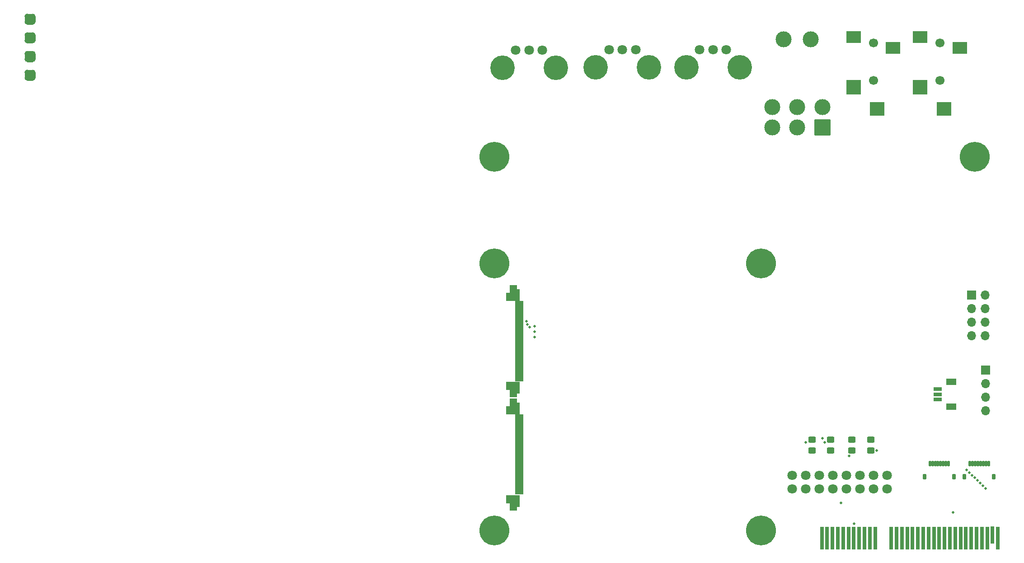
<source format=gbr>
%TF.GenerationSoftware,KiCad,Pcbnew,8.0.5*%
%TF.CreationDate,2024-11-27T23:03:38-05:00*%
%TF.ProjectId,HacKeys,4861634b-6579-4732-9e6b-696361645f70,rev?*%
%TF.SameCoordinates,Original*%
%TF.FileFunction,Soldermask,Top*%
%TF.FilePolarity,Negative*%
%FSLAX46Y46*%
G04 Gerber Fmt 4.6, Leading zero omitted, Abs format (unit mm)*
G04 Created by KiCad (PCBNEW 8.0.5) date 2024-11-27 23:03:38*
%MOMM*%
%LPD*%
G01*
G04 APERTURE LIST*
G04 Aperture macros list*
%AMRoundRect*
0 Rectangle with rounded corners*
0 $1 Rounding radius*
0 $2 $3 $4 $5 $6 $7 $8 $9 X,Y pos of 4 corners*
0 Add a 4 corners polygon primitive as box body*
4,1,4,$2,$3,$4,$5,$6,$7,$8,$9,$2,$3,0*
0 Add four circle primitives for the rounded corners*
1,1,$1+$1,$2,$3*
1,1,$1+$1,$4,$5*
1,1,$1+$1,$6,$7*
1,1,$1+$1,$8,$9*
0 Add four rect primitives between the rounded corners*
20,1,$1+$1,$2,$3,$4,$5,0*
20,1,$1+$1,$4,$5,$6,$7,0*
20,1,$1+$1,$6,$7,$8,$9,0*
20,1,$1+$1,$8,$9,$2,$3,0*%
G04 Aperture macros list end*
%ADD10C,0.100000*%
%ADD11C,1.700000*%
%ADD12R,2.800000X2.200000*%
%ADD13R,2.800000X2.800000*%
%ADD14R,2.800000X2.600000*%
%ADD15RoundRect,0.102000X-0.150000X-0.400000X0.150000X-0.400000X0.150000X0.400000X-0.150000X0.400000X0*%
%ADD16RoundRect,0.102000X-0.200000X-0.400000X0.200000X-0.400000X0.200000X0.400000X-0.200000X0.400000X0*%
%ADD17R,0.700000X4.300000*%
%ADD18R,0.700000X3.200000*%
%ADD19C,4.600000*%
%ADD20C,1.800000*%
%ADD21RoundRect,0.102000X-0.700000X0.150000X-0.700000X-0.150000X0.700000X-0.150000X0.700000X0.150000X0*%
%ADD22RoundRect,0.250000X-0.450000X0.325000X-0.450000X-0.325000X0.450000X-0.325000X0.450000X0.325000X0*%
%ADD23RoundRect,0.250000X0.450000X-0.325000X0.450000X0.325000X-0.450000X0.325000X-0.450000X-0.325000X0*%
%ADD24R,1.700000X1.700000*%
%ADD25O,1.700000X1.700000*%
%ADD26C,5.600000*%
%ADD27R,1.549400X0.660400*%
%ADD28R,1.905000X1.295400*%
%ADD29RoundRect,0.102000X1.390650X1.390650X-1.390650X1.390650X-1.390650X-1.390650X1.390650X-1.390650X0*%
%ADD30C,2.985300*%
%ADD31C,1.803400*%
%ADD32C,0.460000*%
G04 APERTURE END LIST*
D10*
%TO.C,D8*%
X43262500Y-54550000D02*
X43262500Y-54550000D01*
G75*
G02*
X43762500Y-55050000I0J-500000D01*
G01*
X43762500Y-56050000D01*
G75*
G02*
X43262500Y-56550000I-500000J0D01*
G01*
X42262500Y-56550000D01*
G75*
G02*
X41762500Y-56050000I0J500000D01*
G01*
X41762500Y-55050000D01*
G75*
G02*
X42262500Y-54550000I500000J0D01*
G01*
X43262500Y-54550000D01*
G36*
X43262500Y-54550000D02*
G01*
X43262500Y-54550000D01*
G75*
G02*
X43762500Y-55050000I0J-500000D01*
G01*
X43762500Y-56050000D01*
G75*
G02*
X43262500Y-56550000I-500000J0D01*
G01*
X42262500Y-56550000D01*
G75*
G02*
X41762500Y-56050000I0J500000D01*
G01*
X41762500Y-55050000D01*
G75*
G02*
X42262500Y-54550000I500000J0D01*
G01*
X43262500Y-54550000D01*
G37*
%TO.C,D7*%
X43262500Y-51050000D02*
X43262500Y-51050000D01*
G75*
G02*
X43762500Y-51550000I0J-500000D01*
G01*
X43762500Y-52550000D01*
G75*
G02*
X43262500Y-53050000I-500000J0D01*
G01*
X42262500Y-53050000D01*
G75*
G02*
X41762500Y-52550000I0J500000D01*
G01*
X41762500Y-51550000D01*
G75*
G02*
X42262500Y-51050000I500000J0D01*
G01*
X43262500Y-51050000D01*
G36*
X43262500Y-51050000D02*
G01*
X43262500Y-51050000D01*
G75*
G02*
X43762500Y-51550000I0J-500000D01*
G01*
X43762500Y-52550000D01*
G75*
G02*
X43262500Y-53050000I-500000J0D01*
G01*
X42262500Y-53050000D01*
G75*
G02*
X41762500Y-52550000I0J500000D01*
G01*
X41762500Y-51550000D01*
G75*
G02*
X42262500Y-51050000I500000J0D01*
G01*
X43262500Y-51050000D01*
G37*
%TO.C,D6*%
X43262500Y-47550000D02*
X43262500Y-47550000D01*
G75*
G02*
X43762500Y-48050000I0J-500000D01*
G01*
X43762500Y-49050000D01*
G75*
G02*
X43262500Y-49550000I-500000J0D01*
G01*
X42262500Y-49550000D01*
G75*
G02*
X41762500Y-49050000I0J500000D01*
G01*
X41762500Y-48050000D01*
G75*
G02*
X42262500Y-47550000I500000J0D01*
G01*
X43262500Y-47550000D01*
G36*
X43262500Y-47550000D02*
G01*
X43262500Y-47550000D01*
G75*
G02*
X43762500Y-48050000I0J-500000D01*
G01*
X43762500Y-49050000D01*
G75*
G02*
X43262500Y-49550000I-500000J0D01*
G01*
X42262500Y-49550000D01*
G75*
G02*
X41762500Y-49050000I0J500000D01*
G01*
X41762500Y-48050000D01*
G75*
G02*
X42262500Y-47550000I500000J0D01*
G01*
X43262500Y-47550000D01*
G37*
%TO.C,D5*%
X43262500Y-44050000D02*
X43262500Y-44050000D01*
G75*
G02*
X43762500Y-44550000I0J-500000D01*
G01*
X43762500Y-45550000D01*
G75*
G02*
X43262500Y-46050000I-500000J0D01*
G01*
X42262500Y-46050000D01*
G75*
G02*
X41762500Y-45550000I0J500000D01*
G01*
X41762500Y-44550000D01*
G75*
G02*
X42262500Y-44050000I500000J0D01*
G01*
X43262500Y-44050000D01*
G36*
X43262500Y-44050000D02*
G01*
X43262500Y-44050000D01*
G75*
G02*
X43762500Y-44550000I0J-500000D01*
G01*
X43762500Y-45550000D01*
G75*
G02*
X43262500Y-46050000I-500000J0D01*
G01*
X42262500Y-46050000D01*
G75*
G02*
X41762500Y-45550000I0J500000D01*
G01*
X41762500Y-44550000D01*
G75*
G02*
X42262500Y-44050000I500000J0D01*
G01*
X43262500Y-44050000D01*
G37*
%TO.C,J11*%
X133943100Y-95630501D02*
X134443100Y-95630501D01*
X134443100Y-97780501D01*
X131943100Y-97780501D01*
X131943100Y-96330501D01*
X132643100Y-96330501D01*
X132643100Y-94930501D01*
X133943100Y-94930501D01*
X133943100Y-95630501D01*
G36*
X133943100Y-95630501D02*
G01*
X134443100Y-95630501D01*
X134443100Y-97780501D01*
X131943100Y-97780501D01*
X131943100Y-96330501D01*
X132643100Y-96330501D01*
X132643100Y-94930501D01*
X133943100Y-94930501D01*
X133943100Y-95630501D01*
G37*
X134443100Y-115130501D02*
X133943100Y-115130501D01*
X133943100Y-115830501D01*
X132643100Y-115830501D01*
X132643100Y-114430501D01*
X131943100Y-114430501D01*
X131943100Y-112980501D01*
X134443100Y-112980501D01*
X134443100Y-115130501D01*
G36*
X134443100Y-115130501D02*
G01*
X133943100Y-115130501D01*
X133943100Y-115830501D01*
X132643100Y-115830501D01*
X132643100Y-114430501D01*
X131943100Y-114430501D01*
X131943100Y-112980501D01*
X134443100Y-112980501D01*
X134443100Y-115130501D01*
G37*
%TO.C,J14*%
X133943100Y-116880501D02*
X134443100Y-116880501D01*
X134443100Y-119030501D01*
X131943100Y-119030501D01*
X131943100Y-117580501D01*
X132643100Y-117580501D01*
X132643100Y-116180501D01*
X133943100Y-116180501D01*
X133943100Y-116880501D01*
G36*
X133943100Y-116880501D02*
G01*
X134443100Y-116880501D01*
X134443100Y-119030501D01*
X131943100Y-119030501D01*
X131943100Y-117580501D01*
X132643100Y-117580501D01*
X132643100Y-116180501D01*
X133943100Y-116180501D01*
X133943100Y-116880501D01*
G37*
X134443100Y-136380501D02*
X133943100Y-136380501D01*
X133943100Y-137080501D01*
X132643100Y-137080501D01*
X132643100Y-135680501D01*
X131943100Y-135680501D01*
X131943100Y-134230501D01*
X134443100Y-134230501D01*
X134443100Y-136380501D01*
G36*
X134443100Y-136380501D02*
G01*
X133943100Y-136380501D01*
X133943100Y-137080501D01*
X132643100Y-137080501D01*
X132643100Y-135680501D01*
X131943100Y-135680501D01*
X131943100Y-134230501D01*
X134443100Y-134230501D01*
X134443100Y-136380501D01*
G37*
%TD*%
D11*
%TO.C,J10*%
X213262500Y-49550000D03*
X213262500Y-56550001D03*
D12*
X216962500Y-50450000D03*
X209562499Y-48450000D03*
D13*
X209562500Y-57850000D03*
D14*
X214012501Y-61850000D03*
%TD*%
D15*
%TO.C,J6*%
X218862500Y-128300000D03*
X219362500Y-128300000D03*
X219862500Y-128300000D03*
X220362500Y-128300000D03*
X220862500Y-128300000D03*
X221362500Y-128300000D03*
X221862500Y-128300000D03*
X222362500Y-128300000D03*
D16*
X217862500Y-130800000D03*
X223362500Y-130800000D03*
%TD*%
D17*
%TO.C,J3*%
X191112500Y-142300000D03*
X192112500Y-142300000D03*
X193112500Y-142300000D03*
X194112500Y-142300000D03*
X195112500Y-142300000D03*
X196112500Y-142300000D03*
X197112500Y-142300000D03*
X198112500Y-142300000D03*
X199112500Y-142300000D03*
X200112500Y-142300000D03*
X201112500Y-142300000D03*
X204112500Y-142300000D03*
X205112500Y-142300000D03*
X206112500Y-142300000D03*
X207112500Y-142300000D03*
X208112500Y-142300000D03*
X209112500Y-142300000D03*
X210112500Y-142300000D03*
X211112500Y-142300000D03*
X212112500Y-142300000D03*
X213112500Y-142300000D03*
X214112500Y-142300000D03*
X215112500Y-142300000D03*
X216112500Y-142300000D03*
X217112500Y-142300000D03*
X218112500Y-142300000D03*
X219112500Y-142300000D03*
X220112500Y-142300000D03*
X221112500Y-142300000D03*
X222112500Y-142300000D03*
D18*
X223112500Y-141750000D03*
D17*
X224112500Y-142300000D03*
%TD*%
D19*
%TO.C,RV2*%
X148737500Y-54100000D03*
X158737500Y-54100000D03*
D20*
X156237500Y-50800000D03*
X153737500Y-50800000D03*
X151237500Y-50800000D03*
%TD*%
D21*
%TO.C,J11*%
X134443100Y-98130501D03*
X134443100Y-98630501D03*
X134443100Y-99130501D03*
X134443100Y-99630501D03*
X134443100Y-100130501D03*
X134443100Y-100630501D03*
X134443100Y-101130501D03*
X134443100Y-101630501D03*
X134443100Y-102130501D03*
X134443100Y-102630501D03*
X134443100Y-103130501D03*
X134443100Y-103630501D03*
X134443100Y-104130501D03*
X134443100Y-104630501D03*
X134443100Y-105130501D03*
X134443100Y-105630501D03*
X134443100Y-106130501D03*
X134443100Y-106630501D03*
X134443100Y-107130501D03*
X134443100Y-107630501D03*
X134443100Y-108130501D03*
X134443100Y-108630501D03*
X134443100Y-109130501D03*
X134443100Y-109630501D03*
X134443100Y-110130501D03*
X134443100Y-110630501D03*
X134443100Y-111130501D03*
X134443100Y-111630501D03*
X134443100Y-112130501D03*
X134443100Y-112630501D03*
%TD*%
D22*
%TO.C,D1*%
X189262500Y-123825000D03*
X189262500Y-125875000D03*
%TD*%
%TO.C,D3*%
X196762500Y-123825000D03*
X196762500Y-125875000D03*
%TD*%
D11*
%TO.C,J9*%
X200762500Y-49550000D03*
X200762500Y-56550001D03*
D12*
X204462500Y-50450000D03*
X197062499Y-48450000D03*
D13*
X197062500Y-57850000D03*
D14*
X201512501Y-61850000D03*
%TD*%
D23*
%TO.C,D4*%
X200262500Y-125875000D03*
X200262500Y-123825000D03*
%TD*%
D24*
%TO.C,J4*%
X221762500Y-110850000D03*
D25*
X221762500Y-113390000D03*
X221762500Y-115930000D03*
X221762500Y-118470000D03*
%TD*%
D26*
%TO.C,H6*%
X219762500Y-70850000D03*
%TD*%
%TO.C,H1*%
X129762500Y-90850000D03*
%TD*%
D21*
%TO.C,J14*%
X134443100Y-119380501D03*
X134443100Y-119880501D03*
X134443100Y-120380501D03*
X134443100Y-120880501D03*
X134443100Y-121380501D03*
X134443100Y-121880501D03*
X134443100Y-122380501D03*
X134443100Y-122880501D03*
X134443100Y-123380501D03*
X134443100Y-123880501D03*
X134443100Y-124380501D03*
X134443100Y-124880501D03*
X134443100Y-125380501D03*
X134443100Y-125880501D03*
X134443100Y-126380501D03*
X134443100Y-126880501D03*
X134443100Y-127380501D03*
X134443100Y-127880501D03*
X134443100Y-128380501D03*
X134443100Y-128880501D03*
X134443100Y-129380501D03*
X134443100Y-129880501D03*
X134443100Y-130380501D03*
X134443100Y-130880501D03*
X134443100Y-131380501D03*
X134443100Y-131880501D03*
X134443100Y-132380501D03*
X134443100Y-132880501D03*
X134443100Y-133380501D03*
X134443100Y-133880501D03*
%TD*%
D26*
%TO.C,H5*%
X129762500Y-70850000D03*
%TD*%
D19*
%TO.C,RV3*%
X165737500Y-54100000D03*
X175737500Y-54100000D03*
D20*
X173237500Y-50800000D03*
X170737500Y-50800000D03*
X168237500Y-50800000D03*
%TD*%
D22*
%TO.C,D2*%
X192762500Y-123825000D03*
X192762500Y-125875000D03*
%TD*%
D26*
%TO.C,H3*%
X129762500Y-140850000D03*
%TD*%
D27*
%TO.C,J7*%
X212834100Y-114349999D03*
X212834100Y-115350000D03*
X212834100Y-116350001D03*
D28*
X215359099Y-117650000D03*
X215359099Y-113050000D03*
%TD*%
D29*
%TO.C,SW1*%
X191224000Y-65360000D03*
D30*
X186525000Y-65360000D03*
X181826000Y-65360000D03*
X191224000Y-61550000D03*
X186525000Y-61550000D03*
X181826000Y-61550000D03*
X189065000Y-48850000D03*
X183985000Y-48850000D03*
%TD*%
D26*
%TO.C,H4*%
X179762500Y-140850000D03*
%TD*%
%TO.C,H2*%
X179762500Y-90850000D03*
%TD*%
D24*
%TO.C,J8*%
X219182500Y-96770000D03*
D25*
X221722500Y-96770000D03*
X219182500Y-99310000D03*
X221722500Y-99310000D03*
X219182500Y-101850000D03*
X221722500Y-101850000D03*
X219182500Y-104390000D03*
X221722500Y-104390000D03*
%TD*%
D19*
%TO.C,RV1*%
X131262500Y-54150000D03*
X141262500Y-54150000D03*
D20*
X138762500Y-50850000D03*
X136262500Y-50850000D03*
X133762500Y-50850000D03*
%TD*%
D15*
%TO.C,J5*%
X211362500Y-128300000D03*
X211862500Y-128300000D03*
X212362500Y-128300000D03*
X212862500Y-128300000D03*
X213362500Y-128300000D03*
X213862500Y-128300000D03*
X214362500Y-128300000D03*
X214862500Y-128300000D03*
D16*
X210362500Y-130800000D03*
X215862500Y-130800000D03*
%TD*%
D31*
%TO.C,J2*%
X203362500Y-130510000D03*
X203362500Y-133050000D03*
X200822500Y-130510000D03*
X200822500Y-133050000D03*
X198282500Y-130510000D03*
X198282500Y-133050000D03*
X195742500Y-130510000D03*
X195742500Y-133050000D03*
X193202500Y-130510000D03*
X193202500Y-133050000D03*
X190662500Y-130510000D03*
X190662500Y-133050000D03*
X188122500Y-130510000D03*
X188122500Y-133050000D03*
X185582500Y-130510000D03*
X185582500Y-133050000D03*
%TD*%
D32*
X220762000Y-132000000D03*
X219762000Y-131000000D03*
X221762000Y-133000000D03*
X218762000Y-130000000D03*
X215738000Y-137490000D03*
X197149000Y-139634000D03*
X201423000Y-125879000D03*
X188111000Y-124316000D03*
X196248000Y-126906000D03*
X194724000Y-135702000D03*
X221262000Y-132500000D03*
X219262000Y-130500000D03*
X218262000Y-129500000D03*
X220262000Y-131500000D03*
X191278300Y-123631500D03*
X191630000Y-124316000D03*
X135912100Y-102286001D03*
X137293100Y-102630001D03*
X137293100Y-103631001D03*
X137293100Y-104630000D03*
X135793101Y-101637001D03*
X136402100Y-102728999D03*
M02*

</source>
